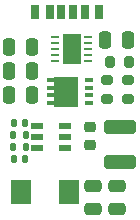
<source format=gbr>
%TF.GenerationSoftware,KiCad,Pcbnew,8.0.8*%
%TF.CreationDate,2025-03-27T14:33:37-07:00*%
%TF.ProjectId,pepper_stepper,70657070-6572-45f7-9374-65707065722e,rev?*%
%TF.SameCoordinates,Original*%
%TF.FileFunction,Paste,Top*%
%TF.FilePolarity,Positive*%
%FSLAX46Y46*%
G04 Gerber Fmt 4.6, Leading zero omitted, Abs format (unit mm)*
G04 Created by KiCad (PCBNEW 8.0.8) date 2025-03-27 14:33:37*
%MOMM*%
%LPD*%
G01*
G04 APERTURE LIST*
G04 Aperture macros list*
%AMRoundRect*
0 Rectangle with rounded corners*
0 $1 Rounding radius*
0 $2 $3 $4 $5 $6 $7 $8 $9 X,Y pos of 4 corners*
0 Add a 4 corners polygon primitive as box body*
4,1,4,$2,$3,$4,$5,$6,$7,$8,$9,$2,$3,0*
0 Add four circle primitives for the rounded corners*
1,1,$1+$1,$2,$3*
1,1,$1+$1,$4,$5*
1,1,$1+$1,$6,$7*
1,1,$1+$1,$8,$9*
0 Add four rect primitives between the rounded corners*
20,1,$1+$1,$2,$3,$4,$5,0*
20,1,$1+$1,$4,$5,$6,$7,0*
20,1,$1+$1,$6,$7,$8,$9,0*
20,1,$1+$1,$8,$9,$2,$3,0*%
G04 Aperture macros list end*
%ADD10R,0.660000X0.280000*%
%ADD11R,1.500000X2.500000*%
%ADD12RoundRect,0.200000X0.275000X-0.200000X0.275000X0.200000X-0.275000X0.200000X-0.275000X-0.200000X0*%
%ADD13RoundRect,0.250000X-1.100000X0.325000X-1.100000X-0.325000X1.100000X-0.325000X1.100000X0.325000X0*%
%ADD14RoundRect,0.140000X-0.140000X-0.170000X0.140000X-0.170000X0.140000X0.170000X-0.140000X0.170000X0*%
%ADD15RoundRect,0.135000X0.135000X0.185000X-0.135000X0.185000X-0.135000X-0.185000X0.135000X-0.185000X0*%
%ADD16RoundRect,0.250000X0.250000X0.475000X-0.250000X0.475000X-0.250000X-0.475000X0.250000X-0.475000X0*%
%ADD17RoundRect,0.250000X-0.250000X-0.475000X0.250000X-0.475000X0.250000X0.475000X-0.250000X0.475000X0*%
%ADD18R,1.070000X0.530000*%
%ADD19R,0.800000X0.400000*%
%ADD20R,2.000000X2.600000*%
%ADD21R,1.800000X2.000000*%
%ADD22RoundRect,0.225000X0.250000X-0.225000X0.250000X0.225000X-0.250000X0.225000X-0.250000X-0.225000X0*%
%ADD23RoundRect,0.200000X0.200000X0.275000X-0.200000X0.275000X-0.200000X-0.275000X0.200000X-0.275000X0*%
%ADD24RoundRect,0.140000X0.140000X0.170000X-0.140000X0.170000X-0.140000X-0.170000X0.140000X-0.170000X0*%
%ADD25RoundRect,0.200000X-0.275000X0.200000X-0.275000X-0.200000X0.275000X-0.200000X0.275000X0.200000X0*%
%ADD26RoundRect,0.135000X-0.135000X-0.185000X0.135000X-0.185000X0.135000X0.185000X-0.135000X0.185000X0*%
%ADD27RoundRect,0.250000X-0.475000X0.250000X-0.475000X-0.250000X0.475000X-0.250000X0.475000X0.250000X0*%
%ADD28R,0.700000X1.200000*%
%ADD29R,0.800000X1.200000*%
G04 APERTURE END LIST*
D10*
%TO.C,U1*%
X110833200Y-48004218D03*
X110833200Y-47504218D03*
X110833200Y-47004218D03*
X110833200Y-46504218D03*
X110833200Y-46004218D03*
X108013200Y-46004218D03*
X108013200Y-46504218D03*
X108013200Y-47004218D03*
X108013200Y-47504218D03*
X108013200Y-48004218D03*
D11*
X109423200Y-47004218D03*
%TD*%
D12*
%TO.C,R3*%
X112423600Y-51268818D03*
X112423600Y-49618818D03*
%TD*%
D13*
%TO.C,C12*%
X113538000Y-53643000D03*
X113538000Y-56593000D03*
%TD*%
D14*
%TO.C,C17*%
X104509600Y-53232218D03*
X105469600Y-53232218D03*
%TD*%
D15*
%TO.C,R16*%
X105499600Y-54248218D03*
X104479600Y-54248218D03*
%TD*%
D16*
%TO.C,C3*%
X106022800Y-48880718D03*
X104122800Y-48880718D03*
%TD*%
D17*
%TO.C,C2*%
X104122800Y-46848718D03*
X106022800Y-46848718D03*
%TD*%
D18*
%TO.C,U5*%
X108813600Y-55386218D03*
X108813600Y-54436218D03*
X108813600Y-53486218D03*
X106513600Y-53486218D03*
X106513600Y-54436218D03*
X106513600Y-55386218D03*
%TD*%
D19*
%TO.C,Q1*%
X110865200Y-51591018D03*
X110865200Y-50931018D03*
X110865200Y-50281018D03*
X110865200Y-49631018D03*
X107665200Y-49631018D03*
X107665200Y-50281018D03*
X107665200Y-50931018D03*
X107665200Y-51591018D03*
D20*
X108915200Y-50611018D03*
%TD*%
D21*
%TO.C,L2*%
X105148600Y-59074218D03*
X109148600Y-59074218D03*
%TD*%
D22*
%TO.C,C13*%
X110998000Y-55131000D03*
X110998000Y-53581000D03*
%TD*%
D16*
%TO.C,C1*%
X114166000Y-46250818D03*
X112266000Y-46250818D03*
%TD*%
D23*
%TO.C,R1*%
X114279800Y-48118718D03*
X112629800Y-48118718D03*
%TD*%
D16*
%TO.C,C4*%
X106022800Y-50912718D03*
X104122800Y-50912718D03*
%TD*%
D24*
%TO.C,C14*%
X105469600Y-56280218D03*
X104509600Y-56280218D03*
%TD*%
D25*
%TO.C,R2*%
X114201600Y-49618818D03*
X114201600Y-51268818D03*
%TD*%
D26*
%TO.C,R17*%
X104479600Y-55264218D03*
X105499600Y-55264218D03*
%TD*%
D27*
%TO.C,C15*%
X111212600Y-58632218D03*
X111212600Y-60532218D03*
%TD*%
D28*
%TO.C,USB1*%
X109535200Y-43891018D03*
X107535200Y-43891018D03*
D29*
X106335200Y-43891018D03*
D28*
X108535200Y-43891018D03*
X110535200Y-43891018D03*
D29*
X111735200Y-43891018D03*
%TD*%
D27*
%TO.C,C16*%
X113244600Y-58632218D03*
X113244600Y-60532218D03*
%TD*%
M02*

</source>
